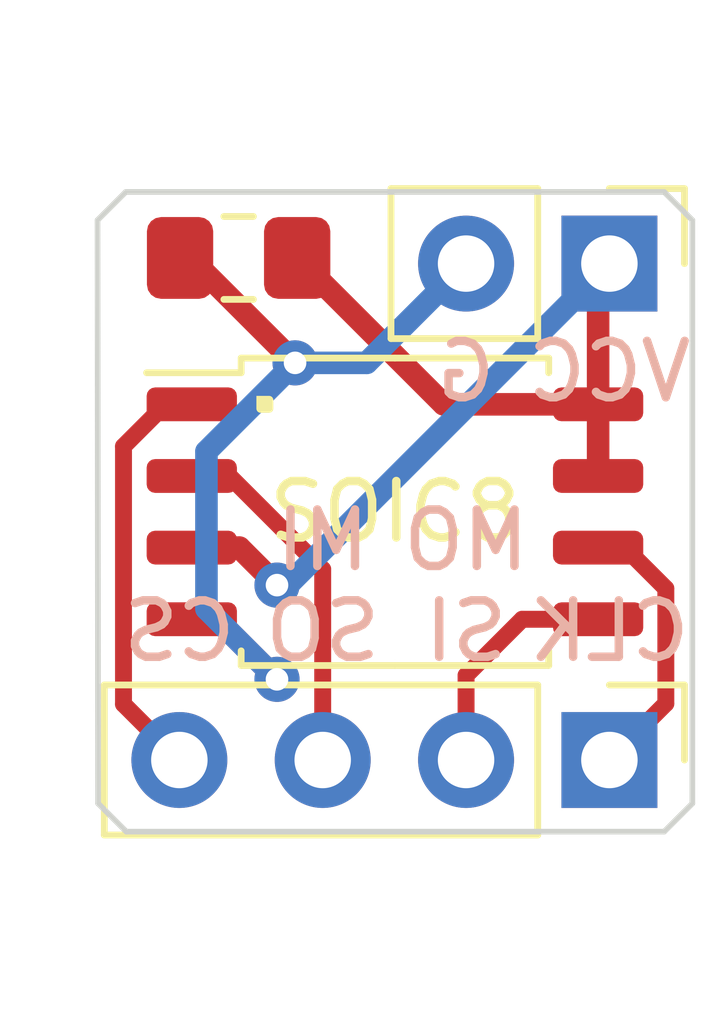
<source format=kicad_pcb>
(kicad_pcb (version 20221018) (generator pcbnew)
  (layers (0 "F.Cu" signal) (31 "B.Cu" signal) (34 "B.Paste" user) (35 "F.Paste" user) (36 "B.SilkS" user "B.Silkscreen") (37 "F.SilkS" user "F.Silkscreen") (38 "B.Mask" user) (39 "F.Mask" user) (44 "Edge.Cuts" user))
  (net 0 "")
  (net 1 "VCC")
  (net 2 "GND")
  (net 3 "/CS")
  (net 4 "/MISO")
  (net 5 "/MOSI")
  (net 6 "/CLK")
  (footprint "Capacitor_SMD:C_0805_2012Metric_Pad1.18x1.45mm_HandSolder" (layer "F.Cu") (at 117.23 65.5 180)
    (fp_text reference "C1" hide)
    (fp_text value "10u")
    (fp_line (start -0.261252 -0.735) (end 0.261252 -0.735) (stroke (width 0.12)) (layer "F.SilkS"))
    (fp_line (start -0.261252 0.735) (end 0.261252 0.735) (stroke (width 0.12)) (layer "F.SilkS"))
    (pad "1" smd roundrect (at -1.0375 0 180) (size 1.175 1.45) (layers "F.Cu" "F.Paste" "F.Mask") (roundrect_rratio 0.212766) (net 1 "VCC"))
    (pad "2" smd roundrect (at 1.0375 0 180) (size 1.175 1.45) (layers "F.Cu" "F.Paste" "F.Mask") (roundrect_rratio 0.212766) (net 2 "GND"))
  )
  (footprint "Connector_PinHeader_2.54mm:PinHeader_1x04_P2.54mm_Vertical" (layer "F.Cu") (at 123.8 74.4 -90)
    (fp_text reference "J2" hide)
    (fp_text value "Conn_01x04")
    (fp_line (start -1.33 -1.33) (end 0 -1.33) (stroke (width 0.12)) (layer "F.SilkS"))
    (fp_line (start -1.33 0) (end -1.33 -1.33) (stroke (width 0.12)) (layer "F.SilkS"))
    (fp_line (start -1.33 1.27) (end -1.33 8.95) (stroke (width 0.12)) (layer "F.SilkS"))
    (fp_line (start -1.33 1.27) (end 1.33 1.27) (stroke (width 0.12)) (layer "F.SilkS"))
    (fp_line (start -1.33 8.95) (end 1.33 8.95) (stroke (width 0.12)) (layer "F.SilkS"))
    (fp_line (start 1.33 1.27) (end 1.33 8.95) (stroke (width 0.12)) (layer "F.SilkS"))
    (pad "1" thru_hole rect (at 0 0 270) (size 1.7 1.7) (drill 1) (layers "*.Cu" "*.Mask") (net 6 "/CLK"))
    (pad "2" thru_hole oval (at 0 2.54 270) (size 1.7 1.7) (drill 1) (layers "*.Cu" "*.Mask") (net 5 "/MOSI"))
    (pad "3" thru_hole oval (at 0 5.08 270) (size 1.7 1.7) (drill 1) (layers "*.Cu" "*.Mask") (net 4 "/MISO"))
    (pad "4" thru_hole oval (at 0 7.62 270) (size 1.7 1.7) (drill 1) (layers "*.Cu" "*.Mask") (net 3 "/CS"))
  )
  (footprint "Package_SO:SOIC-8_5.23x5.23mm_P1.27mm" (layer "F.Cu") (at 120 70)
    (fp_text reference "U1" hide)
    (fp_text value "W25Qxx")
    (fp_line (start -2.725 -2.725) (end -2.725 -2.465) (stroke (width 0.12)) (layer "F.SilkS"))
    (fp_line (start -2.725 -2.465) (end -4.4 -2.465) (stroke (width 0.12)) (layer "F.SilkS"))
    (fp_line (start -2.725 2.725) (end -2.725 2.465) (stroke (width 0.12)) (layer "F.SilkS"))
    (fp_line (start 0 -2.725) (end -2.725 -2.725) (stroke (width 0.12)) (layer "F.SilkS"))
    (fp_line (start 0 -2.725) (end 2.725 -2.725) (stroke (width 0.12)) (layer "F.SilkS"))
    (fp_line (start 0 2.725) (end -2.725 2.725) (stroke (width 0.12)) (layer "F.SilkS"))
    (fp_line (start 0 2.725) (end 2.725 2.725) (stroke (width 0.12)) (layer "F.SilkS"))
    (fp_line (start 2.725 -2.725) (end 2.725 -2.465) (stroke (width 0.12)) (layer "F.SilkS"))
    (fp_line (start 2.725 2.725) (end 2.725 2.465) (stroke (width 0.12)) (layer "F.SilkS"))
    (pad "1" smd roundrect (at -3.6 -1.905) (size 1.6 0.6) (layers "F.Cu" "F.Paste" "F.Mask") (net 3 "/CS"))
    (pad "2" smd roundrect (at -3.6 -0.635) (size 1.6 0.6) (layers "F.Cu" "F.Paste" "F.Mask") (net 4 "/MISO"))
    (pad "3" smd roundrect (at -3.6 0.635) (size 1.6 0.6) (layers "F.Cu" "F.Paste" "F.Mask") (net 1 "VCC"))
    (pad "4" smd roundrect (at -3.6 1.905) (size 1.6 0.6) (layers "F.Cu" "F.Paste" "F.Mask") (net 2 "GND"))
    (pad "5" smd roundrect (at 3.6 1.905) (size 1.6 0.6) (layers "F.Cu" "F.Paste" "F.Mask") (net 5 "/MOSI"))
    (pad "6" smd roundrect (at 3.6 0.635) (size 1.6 0.6) (layers "F.Cu" "F.Paste" "F.Mask") (net 6 "/CLK"))
    (pad "7" smd roundrect (at 3.6 -0.635) (size 1.6 0.6) (layers "F.Cu" "F.Paste" "F.Mask") (net 1 "VCC"))
    (pad "8" smd roundrect (at 3.6 -1.905) (size 1.6 0.6) (layers "F.Cu" "F.Paste" "F.Mask") (net 1 "VCC"))
  )
  (footprint "Connector_PinHeader_2.54mm:PinHeader_1x02_P2.54mm_Vertical" (layer "F.Cu") (at 123.8 65.6 -90)
    (fp_text reference "J1" hide)
    (fp_text value "Conn_01x02")
    (fp_line (start -1.33 -1.33) (end 0 -1.33) (stroke (width 0.12)) (layer "F.SilkS"))
    (fp_line (start -1.33 0) (end -1.33 -1.33) (stroke (width 0.12)) (layer "F.SilkS"))
    (fp_line (start -1.33 1.27) (end -1.33 3.87) (stroke (width 0.12)) (layer "F.SilkS"))
    (fp_line (start -1.33 1.27) (end 1.33 1.27) (stroke (width 0.12)) (layer "F.SilkS"))
    (fp_line (start -1.33 3.87) (end 1.33 3.87) (stroke (width 0.12)) (layer "F.SilkS"))
    (fp_line (start 1.33 1.27) (end 1.33 3.87) (stroke (width 0.12)) (layer "F.SilkS"))
    (pad "1" thru_hole rect (at 0 0 270) (size 1.7 1.7) (drill 1) (layers "*.Cu" "*.Mask") (net 1 "VCC"))
    (pad "2" thru_hole oval (at 0 2.54 270) (size 1.7 1.7) (drill 1) (layers "*.Cu" "*.Mask") (net 2 "GND"))
  )
  (gr_rect (start 117.62 68.02) (end 117.77 68.17) (stroke (width 0.15)) (fill none) (layer "F.SilkS"))
  (gr_line (start 115.23 64.33) (end 124.77 64.33) (stroke (width 0.1)) (layer "Edge.Cuts"))
  (gr_line (start 124.77 75.67) (end 115.24 75.67) (stroke (width 0.1)) (layer "Edge.Cuts"))
  (gr_line (start 125.27 75.17) (end 124.77 75.67) (stroke (width 0.1)) (layer "Edge.Cuts"))
  (gr_line (start 124.77 64.33) (end 125.27 64.83) (stroke (width 0.1)) (layer "Edge.Cuts"))
  (gr_line (start 114.74 75.17) (end 115.24 75.67) (stroke (width 0.1)) (layer "Edge.Cuts"))
  (gr_line (start 114.74 75.17) (end 114.73 64.83) (stroke (width 0.1)) (layer "Edge.Cuts"))
  (gr_line (start 115.23 64.33) (end 114.73 64.83) (stroke (width 0.1)) (layer "Edge.Cuts"))
  (gr_line (start 125.27 64.83) (end 125.27 75.17) (stroke (width 0.1)) (layer "Edge.Cuts"))
  (gr_text "VCC" (at 123.8 68.1) (layer "B.SilkS") (effects (font (size 1 1)) (justify bottom mirror)))
  (gr_text "CS" (at 116.18 72.7) (layer "B.SilkS") (effects (font (size 1 1)) (justify bottom mirror)))
  (gr_text "MI\nSO" (at 118.72 72.7) (layer "B.SilkS") (effects (font (size 1 1)) (justify bottom mirror)))
  (gr_text "MO\nSI" (at 121.26 72.7) (layer "B.SilkS") (effects (font (size 1 1)) (justify bottom mirror)))
  (gr_text "G" (at 121.26 68.1) (layer "B.SilkS") (effects (font (size 1 1)) (justify bottom mirror)))
  (gr_text "CLK" (at 123.8 72.7) (layer "B.SilkS") (effects (font (size 1 1)) (justify bottom mirror)))
  (gr_text "SOIC8" (at 120 70) (layer "F.SilkS") (effects (font (size 1 1))))
  (segment (start 117.91 71.3) (end 117.245 70.635) (width 0.4) (layer "F.Cu") (net 1))
  (segment (start 123.6 68.095) (end 123.6 65.8) (width 0.4) (layer "F.Cu") (net 1))
  (segment (start 120.8625 68.095) (end 118.2675 65.5) (width 0.4) (layer "F.Cu") (net 1))
  (segment (start 117.245 70.635) (end 116.4 70.635) (width 0.4) (layer "F.Cu") (net 1))
  (segment (start 123.6 68.095) (end 123.6 69.365) (width 0.4) (layer "F.Cu") (net 1))
  (segment (start 123.6 65.8) (end 123.8 65.6) (width 0.4) (layer "F.Cu") (net 1))
  (segment (start 123.6 68.095) (end 120.8625 68.095) (width 0.4) (layer "F.Cu") (net 1))
  (via (at 117.91 71.3) (size 0.8) (drill 0.4) (layers "F.Cu" "B.Cu") (net 1))
  (segment (start 117.91 71.3) (end 118.1 71.3) (width 0.4) (layer "B.Cu") (net 1))
  (segment (start 118.1 71.3) (end 123.8 65.6) (width 0.4) (layer "B.Cu") (net 1))
  (segment (start 116.37 65.5) (end 118.23 67.36) (width 0.4) (layer "F.Cu") (net 2))
  (segment (start 116.4 71.905) (end 116.845 71.905) (width 0.4) (layer "F.Cu") (net 2))
  (segment (start 116.845 71.905) (end 117.91 72.97) (width 0.4) (layer "F.Cu") (net 2))
  (segment (start 116.1925 65.5) (end 116.37 65.5) (width 0.4) (layer "F.Cu") (net 2))
  (via (at 117.91 72.97) (size 0.8) (drill 0.4) (layers "F.Cu" "B.Cu") (net 2))
  (via (at 118.23 67.36) (size 0.8) (drill 0.4) (layers "F.Cu" "B.Cu") (net 2))
  (segment (start 119.5 67.36) (end 121.26 65.6) (width 0.4) (layer "B.Cu") (net 2))
  (segment (start 116.66 68.93) (end 116.66 71.72) (width 0.4) (layer "B.Cu") (net 2))
  (segment (start 116.66 71.72) (end 117.91 72.97) (width 0.4) (layer "B.Cu") (net 2))
  (segment (start 118.23 67.36) (end 116.66 68.93) (width 0.4) (layer "B.Cu") (net 2))
  (segment (start 118.23 67.36) (end 119.5 67.36) (width 0.4) (layer "B.Cu") (net 2))
  (segment (start 115.19 68.84) (end 115.19 73.41) (width 0.3) (layer "F.Cu") (net 3))
  (segment (start 115.935 68.095) (end 115.19 68.84) (width 0.3) (layer "F.Cu") (net 3))
  (segment (start 115.19 73.41) (end 116.18 74.4) (width 0.3) (layer "F.Cu") (net 3))
  (segment (start 116.4 68.095) (end 115.935 68.095) (width 0.3) (layer "F.Cu") (net 3))
  (segment (start 118.72 71.02) (end 118.72 74.4) (width 0.3) (layer "F.Cu") (net 4))
  (segment (start 117.065 69.365) (end 118.72 71.02) (width 0.3) (layer "F.Cu") (net 4))
  (segment (start 116.4 69.365) (end 117.065 69.365) (width 0.3) (layer "F.Cu") (net 4))
  (segment (start 123.6 71.905) (end 122.255 71.905) (width 0.3) (layer "F.Cu") (net 5))
  (segment (start 122.255 71.905) (end 121.26 72.9) (width 0.3) (layer "F.Cu") (net 5))
  (segment (start 121.26 72.9) (end 121.26 74.4) (width 0.3) (layer "F.Cu") (net 5))
  (segment (start 124.075 70.635) (end 124.8 71.36) (width 0.3) (layer "F.Cu") (net 6))
  (segment (start 123.6 70.635) (end 124.075 70.635) (width 0.3) (layer "F.Cu") (net 6))
  (segment (start 124.8 71.36) (end 124.8 73.4) (width 0.3) (layer "F.Cu") (net 6))
  (segment (start 124.8 73.4) (end 123.8 74.4) (width 0.3) (layer "F.Cu") (net 6))
)
</source>
